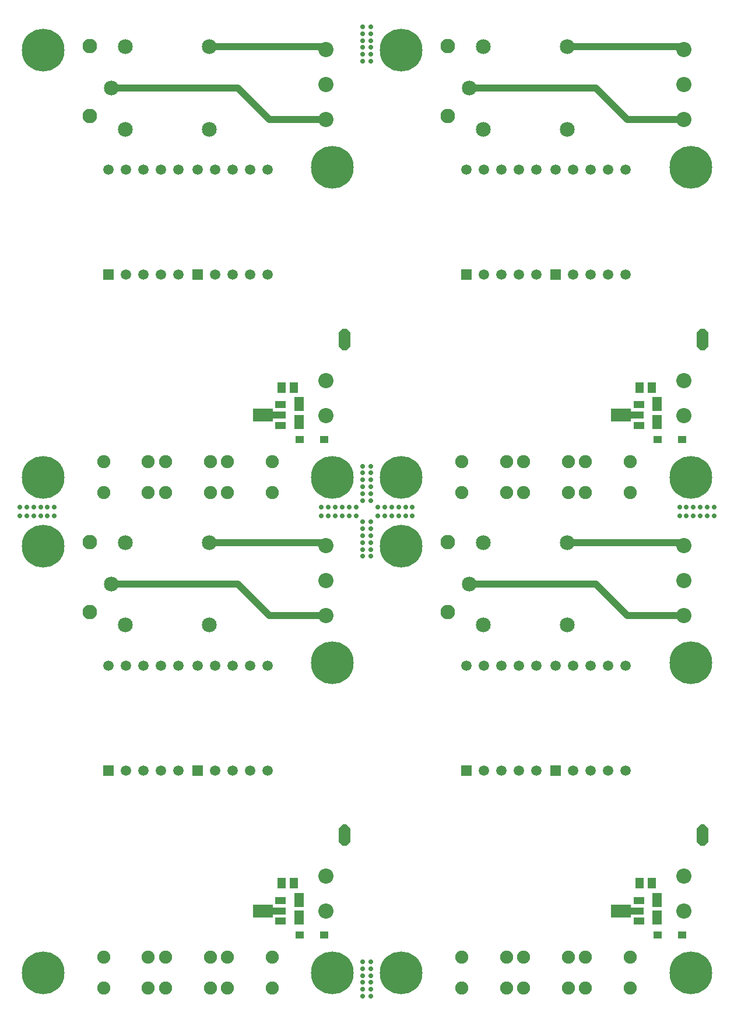
<source format=gbs>
%FSTAX25Y25*%
%MOIN*%
%SFA1B1*%

%IPPOS*%
%ADD33C,0.059060*%
%ADD34R,0.059060X0.059060*%
%ADD46C,0.039370*%
%ADD68C,0.027690*%
%ADD69C,0.244220*%
%ADD70C,0.074930*%
%ADD71C,0.084770*%
%ADD72C,0.082800*%
%ADD73C,0.086740*%
%ADD74R,0.019810X0.019810*%
%ADD75R,0.049340X0.063120*%
%ADD76R,0.059180X0.043430*%
%ADD77R,0.082800X0.043430*%
%ADD78R,0.114300X0.074930*%
%ADD79R,0.057210X0.078870*%
%ADD80R,0.047370X0.039500*%
%LNfabrication_panel-1*%
%LPD*%
G36*
X0395972Y03819D02*
Y0374006D01*
X039381Y0371843*
X0391624*
X0389461Y0374006*
Y03819*
X0391624Y0384063*
X039381*
X0395972Y03819*
G37*
G36*
X0191248D02*
Y0374006D01*
X0189085Y0371843*
X0186899*
X0184736Y0374006*
Y03819*
X0186899Y0384063*
X0189085*
X0191248Y03819*
G37*
G36*
X0395972Y0098435D02*
Y0090541D01*
X039381Y0088378*
X0391624*
X0389461Y0090541*
Y0098435*
X0391624Y0100598*
X039381*
X0395972Y0098435*
G37*
G36*
X0191248D02*
Y0090541D01*
X0189085Y0088378*
X0186899*
X0184736Y0090541*
Y0098435*
X0186899Y0100598*
X0189085*
X0191248Y0098435*
G37*
G54D33*
X0104016Y0191417D03*
X0114016D03*
X0124016D03*
X0134016D03*
X0144016D03*
Y0131417D03*
X0134016D03*
X0124016D03*
X0114016D03*
X0052835Y0191417D03*
X0062835D03*
X0072835D03*
X0082835D03*
X0092835D03*
Y0131417D03*
X0082835D03*
X0072835D03*
X0062835D03*
X030874Y0191417D03*
X031874D03*
X032874D03*
X033874D03*
X034874D03*
Y0131417D03*
X033874D03*
X032874D03*
X031874D03*
X0257559Y0191417D03*
X0267559D03*
X0277559D03*
X0287559D03*
X0297559D03*
Y0131417D03*
X0287559D03*
X0277559D03*
X0267559D03*
X0104016Y0474882D03*
X0114016D03*
X0124016D03*
X0134016D03*
X0144016D03*
Y0414882D03*
X0134016D03*
X0124016D03*
X0114016D03*
X0052835Y0474882D03*
X0062835D03*
X0072835D03*
X0082835D03*
X0092835D03*
Y0414882D03*
X0082835D03*
X0072835D03*
X0062835D03*
X030874Y0474882D03*
X031874D03*
X032874D03*
X033874D03*
X034874D03*
Y0414882D03*
X033874D03*
X032874D03*
X031874D03*
X0257559Y0474882D03*
X0267559D03*
X0277559D03*
X0287559D03*
X0297559D03*
Y0414882D03*
X0287559D03*
X0277559D03*
X0267559D03*
G54D34*
X0104016Y0131417D03*
X0052835D03*
X030874D03*
X0257559D03*
X0104016Y0414882D03*
X0052835D03*
X030874D03*
X0257559D03*
G54D46*
X0175512Y0261811D02*
X0177165Y0260157D01*
X011063Y0261811D02*
X0175512D01*
X0145Y0220158D02*
X0177165D01*
X0126969Y0238189D02*
X0145Y0220158D01*
X0054724Y0238189D02*
X0126969D01*
X0380236Y0261811D02*
X038189Y0260157D01*
X0315354Y0261811D02*
X0380236D01*
X0349724Y0220158D02*
X038189D01*
X0331693Y0238189D02*
X0349724Y0220158D01*
X0259449Y0238189D02*
X0331693D01*
X0175512Y0545276D02*
X0177165Y0543622D01*
X011063Y0545276D02*
X0175512D01*
X0145Y0503622D02*
X0177165D01*
X0126969Y0521654D02*
X0145Y0503622D01*
X0054724Y0521654D02*
X0126969D01*
X0380236Y0545276D02*
X038189Y0543622D01*
X0315354Y0545276D02*
X0380236D01*
X0349724Y0503622D02*
X038189D01*
X0331693Y0521654D02*
X0349724Y0503622D01*
X0259449Y0521654D02*
X0331693D01*
G54D68*
X0198425Y0556693D03*
Y0552756D03*
Y0548819D03*
Y0544882D03*
Y0540945D03*
Y0537008D03*
X020315D03*
Y0540945D03*
Y0544882D03*
Y0548819D03*
Y0552756D03*
Y0556693D03*
X0399213Y028189D03*
X0395276D03*
X0391339D03*
X0387402D03*
X0383465D03*
X0379528D03*
Y0277165D03*
X0383465D03*
X0387402D03*
X0391339D03*
X0395276D03*
X0399213D03*
X0022047Y028189D03*
X001811D03*
X0014173D03*
X0010236D03*
X0006299D03*
X0002362D03*
Y0277165D03*
X0006299D03*
X0010236D03*
X0014173D03*
X001811D03*
X0022047D03*
X0198425Y0305512D03*
Y0301575D03*
Y0297638D03*
Y0293701D03*
Y0289764D03*
Y0285827D03*
X020315D03*
Y0289764D03*
Y0293701D03*
Y0297638D03*
Y0301575D03*
Y0305512D03*
X0174803Y0277165D03*
X017874D03*
X0182677D03*
X0186614D03*
X0190551D03*
X0194488D03*
Y028189D03*
X0190551D03*
X0186614D03*
X0182677D03*
X017874D03*
X0174803D03*
X0207087Y0277165D03*
X0211024D03*
X0214961D03*
X0218898D03*
X0222835D03*
X0226772D03*
Y028189D03*
X0222835D03*
X0218898D03*
X0214961D03*
X0211024D03*
X0207087D03*
X0198425Y0273622D03*
Y0269685D03*
Y0265748D03*
Y0261811D03*
Y0257874D03*
Y0253937D03*
X020315D03*
Y0257874D03*
Y0261811D03*
Y0265748D03*
Y0269685D03*
Y0273622D03*
Y0022047D03*
Y001811D03*
Y0014173D03*
Y0010236D03*
Y0006299D03*
Y0002362D03*
X0198425D03*
Y0006299D03*
Y0010236D03*
Y0014173D03*
Y001811D03*
Y0022047D03*
G54D69*
X0181102Y0192913D03*
X0015748Y0015748D03*
Y0259842D03*
X0181102Y0015748D03*
X0385827Y0192913D03*
X0220472Y0015748D03*
Y0259842D03*
X0385827Y0015748D03*
X0181102Y0476378D03*
X0015748Y0299213D03*
Y0543307D03*
X0181102Y0299213D03*
X0385827Y0476378D03*
X0220472Y0299213D03*
Y0543307D03*
X0385827Y0299213D03*
G54D70*
X0121063Y0024606D03*
X0146653D03*
X0121063Y000689D03*
X0146653D03*
X0050197Y0024606D03*
X0075787D03*
X0050197Y000689D03*
X0075787D03*
X008563Y0024606D03*
X0111221D03*
X008563Y000689D03*
X0111221D03*
X0325787Y0024606D03*
X0351378D03*
X0325787Y000689D03*
X0351378D03*
X0254921Y0024606D03*
X0280512D03*
X0254921Y000689D03*
X0280512D03*
X0290354Y0024606D03*
X0315945D03*
X0290354Y000689D03*
X0315945D03*
X0121063Y0308071D03*
X0146653D03*
X0121063Y0290354D03*
X0146653D03*
X0050197Y0308071D03*
X0075787D03*
X0050197Y0290354D03*
X0075787D03*
X008563Y0308071D03*
X0111221D03*
X008563Y0290354D03*
X0111221D03*
X0325787Y0308071D03*
X0351378D03*
X0325787Y0290354D03*
X0351378D03*
X0254921Y0308071D03*
X0280512D03*
X0254921Y0290354D03*
X0280512D03*
X0290354Y0308071D03*
X0315945D03*
X0290354Y0290354D03*
X0315945D03*
G54D71*
X0062598Y0261811D03*
X0054724Y0238189D03*
X0062598Y0214567D03*
X011063Y0261811D03*
Y0214567D03*
X0267323Y0261811D03*
X0259449Y0238189D03*
X0267323Y0214567D03*
X0315354Y0261811D03*
Y0214567D03*
X0062598Y0545276D03*
X0054724Y0521654D03*
X0062598Y0498032D03*
X011063Y0545276D03*
Y0498032D03*
X0267323Y0545276D03*
X0259449Y0521654D03*
X0267323Y0498032D03*
X0315354Y0545276D03*
Y0498032D03*
G54D72*
X0042323Y0222126D03*
Y0262126D03*
X0247047Y0222126D03*
Y0262126D03*
X0042323Y050559D03*
Y054559D03*
X0247047Y050559D03*
Y054559D03*
G54D73*
X0177165Y0260157D03*
Y0240158D03*
Y0220158D03*
Y0071024D03*
Y0051024D03*
X038189Y0260157D03*
Y0240158D03*
Y0220158D03*
Y0071024D03*
Y0051024D03*
X0177165Y0543622D03*
Y0523622D03*
Y0503622D03*
Y0354488D03*
Y0334488D03*
X038189Y0543622D03*
Y0523622D03*
Y0503622D03*
Y0354488D03*
Y0334488D03*
G54D74*
X0187992Y0091191D03*
Y0097785D03*
X0392717Y0091191D03*
Y0097785D03*
X0187992Y0374656D03*
Y038125D03*
X0392717Y0374656D03*
Y038125D03*
G54D75*
X0151969Y0066929D03*
X0159055D03*
X0356693D03*
X0363779D03*
X0151969Y0350394D03*
X0159055D03*
X0356693D03*
X0363779D03*
G54D76*
X0151437Y0057087D03*
Y0045276D03*
X0356161Y0057087D03*
Y0045276D03*
X0151437Y0340551D03*
Y032874D03*
X0356161Y0340551D03*
Y032874D03*
G54D77*
X0150256Y0051181D03*
X035498D03*
X0150256Y0334646D03*
X035498D03*
G54D78*
X0141201Y0051181D03*
X0345925D03*
X0141201Y0334646D03*
X0345925D03*
G54D79*
X0162065Y0047241D03*
Y0057477D03*
X036679Y0047241D03*
Y0057477D03*
X0162065Y0330706D03*
Y0340942D03*
X036679Y0330706D03*
Y0340942D03*
G54D80*
X0176378Y0037402D03*
X0162205D03*
X0381102D03*
X0366929D03*
X0176378Y0320866D03*
X0162205D03*
X0381102D03*
X0366929D03*
M02*
</source>
